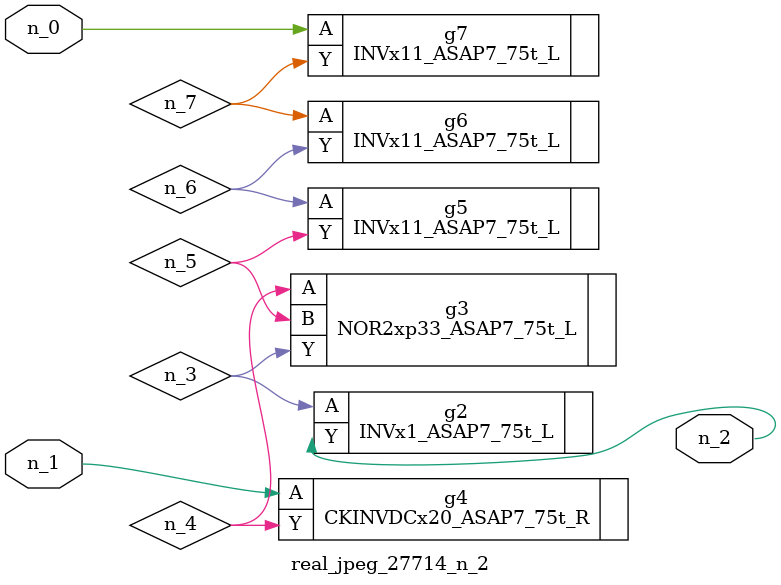
<source format=v>
module real_jpeg_27714_n_2 (n_1, n_0, n_2);

input n_1;
input n_0;

output n_2;

wire n_5;
wire n_4;
wire n_6;
wire n_7;
wire n_3;

INVx11_ASAP7_75t_L g7 ( 
.A(n_0),
.Y(n_7)
);

CKINVDCx20_ASAP7_75t_R g4 ( 
.A(n_1),
.Y(n_4)
);

INVx1_ASAP7_75t_L g2 ( 
.A(n_3),
.Y(n_2)
);

NOR2xp33_ASAP7_75t_L g3 ( 
.A(n_4),
.B(n_5),
.Y(n_3)
);

INVx11_ASAP7_75t_L g5 ( 
.A(n_6),
.Y(n_5)
);

INVx11_ASAP7_75t_L g6 ( 
.A(n_7),
.Y(n_6)
);


endmodule
</source>
